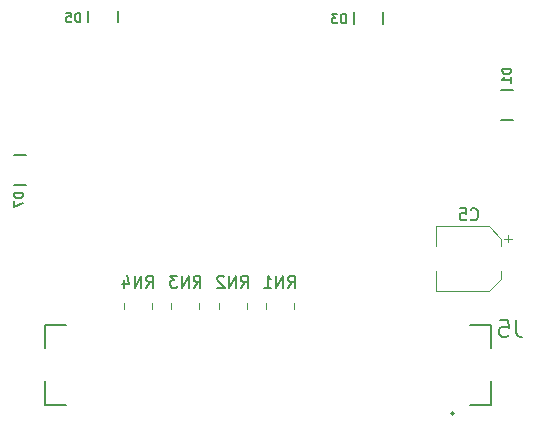
<source format=gbr>
G04 #@! TF.GenerationSoftware,KiCad,Pcbnew,6.0.7-1.fc35*
G04 #@! TF.CreationDate,2022-09-05T19:11:37-05:00*
G04 #@! TF.ProjectId,pmod-adapter,706d6f64-2d61-4646-9170-7465722e6b69,rev?*
G04 #@! TF.SameCoordinates,Original*
G04 #@! TF.FileFunction,Legend,Bot*
G04 #@! TF.FilePolarity,Positive*
%FSLAX46Y46*%
G04 Gerber Fmt 4.6, Leading zero omitted, Abs format (unit mm)*
G04 Created by KiCad (PCBNEW 6.0.7-1.fc35) date 2022-09-05 19:11:37*
%MOMM*%
%LPD*%
G01*
G04 APERTURE LIST*
%ADD10C,0.150000*%
%ADD11C,0.127000*%
%ADD12C,0.120000*%
%ADD13C,0.200000*%
G04 APERTURE END LIST*
D10*
G04 #@! TO.C,D3*
X129081177Y-67081205D02*
X129081177Y-66293803D01*
X128893701Y-66293803D01*
X128781215Y-66331299D01*
X128706224Y-66406289D01*
X128668729Y-66481280D01*
X128631233Y-66631261D01*
X128631233Y-66743747D01*
X128668729Y-66893729D01*
X128706224Y-66968719D01*
X128781215Y-67043710D01*
X128893701Y-67081205D01*
X129081177Y-67081205D01*
X128368766Y-66293803D02*
X127881327Y-66293803D01*
X128143794Y-66593766D01*
X128031308Y-66593766D01*
X127956317Y-66631261D01*
X127918822Y-66668757D01*
X127881327Y-66743747D01*
X127881327Y-66931224D01*
X127918822Y-67006215D01*
X127956317Y-67043710D01*
X128031308Y-67081205D01*
X128256280Y-67081205D01*
X128331271Y-67043710D01*
X128368766Y-67006215D01*
G04 #@! TO.C,RN3*
X116190476Y-89452380D02*
X116523809Y-88976190D01*
X116761904Y-89452380D02*
X116761904Y-88452380D01*
X116380952Y-88452380D01*
X116285714Y-88500000D01*
X116238095Y-88547619D01*
X116190476Y-88642857D01*
X116190476Y-88785714D01*
X116238095Y-88880952D01*
X116285714Y-88928571D01*
X116380952Y-88976190D01*
X116761904Y-88976190D01*
X115761904Y-89452380D02*
X115761904Y-88452380D01*
X115190476Y-89452380D01*
X115190476Y-88452380D01*
X114809523Y-88452380D02*
X114190476Y-88452380D01*
X114523809Y-88833333D01*
X114380952Y-88833333D01*
X114285714Y-88880952D01*
X114238095Y-88928571D01*
X114190476Y-89023809D01*
X114190476Y-89261904D01*
X114238095Y-89357142D01*
X114285714Y-89404761D01*
X114380952Y-89452380D01*
X114666666Y-89452380D01*
X114761904Y-89404761D01*
X114809523Y-89357142D01*
G04 #@! TO.C,D7*
X101743705Y-81418822D02*
X100956303Y-81418822D01*
X100956303Y-81606299D01*
X100993799Y-81718785D01*
X101068789Y-81793775D01*
X101143780Y-81831271D01*
X101293761Y-81868766D01*
X101406247Y-81868766D01*
X101556229Y-81831271D01*
X101631219Y-81793775D01*
X101706210Y-81718785D01*
X101743705Y-81606299D01*
X101743705Y-81418822D01*
X100956303Y-82131233D02*
X100956303Y-82656168D01*
X101743705Y-82318710D01*
G04 #@! TO.C,RN4*
X112190476Y-89452380D02*
X112523809Y-88976190D01*
X112761904Y-89452380D02*
X112761904Y-88452380D01*
X112380952Y-88452380D01*
X112285714Y-88500000D01*
X112238095Y-88547619D01*
X112190476Y-88642857D01*
X112190476Y-88785714D01*
X112238095Y-88880952D01*
X112285714Y-88928571D01*
X112380952Y-88976190D01*
X112761904Y-88976190D01*
X111761904Y-89452380D02*
X111761904Y-88452380D01*
X111190476Y-89452380D01*
X111190476Y-88452380D01*
X110285714Y-88785714D02*
X110285714Y-89452380D01*
X110523809Y-88404761D02*
X110761904Y-89119047D01*
X110142857Y-89119047D01*
G04 #@! TO.C,D1*
X143099956Y-70918822D02*
X142312554Y-70918822D01*
X142312554Y-71106299D01*
X142350050Y-71218785D01*
X142425040Y-71293775D01*
X142500031Y-71331271D01*
X142650012Y-71368766D01*
X142762498Y-71368766D01*
X142912480Y-71331271D01*
X142987470Y-71293775D01*
X143062461Y-71218785D01*
X143099956Y-71106299D01*
X143099956Y-70918822D01*
X143099956Y-72118673D02*
X143099956Y-71668729D01*
X143099956Y-71893701D02*
X142312554Y-71893701D01*
X142425040Y-71818710D01*
X142500031Y-71743719D01*
X142537526Y-71668729D01*
G04 #@! TO.C,J5*
X143467152Y-92232535D02*
X143467152Y-93233576D01*
X143533888Y-93433784D01*
X143667360Y-93567256D01*
X143867568Y-93633992D01*
X144001040Y-93633992D01*
X142132431Y-92232535D02*
X142799791Y-92232535D01*
X142866527Y-92899895D01*
X142799791Y-92833159D01*
X142666319Y-92766423D01*
X142332639Y-92766423D01*
X142199167Y-92833159D01*
X142132431Y-92899895D01*
X142065695Y-93033368D01*
X142065695Y-93367048D01*
X142132431Y-93500520D01*
X142199167Y-93567256D01*
X142332639Y-93633992D01*
X142666319Y-93633992D01*
X142799791Y-93567256D01*
X142866527Y-93500520D01*
G04 #@! TO.C,D5*
X106581177Y-66968705D02*
X106581177Y-66181303D01*
X106393701Y-66181303D01*
X106281215Y-66218799D01*
X106206224Y-66293789D01*
X106168729Y-66368780D01*
X106131233Y-66518761D01*
X106131233Y-66631247D01*
X106168729Y-66781229D01*
X106206224Y-66856219D01*
X106281215Y-66931210D01*
X106393701Y-66968705D01*
X106581177Y-66968705D01*
X105418822Y-66181303D02*
X105793775Y-66181303D01*
X105831271Y-66556257D01*
X105793775Y-66518761D01*
X105718785Y-66481266D01*
X105531308Y-66481266D01*
X105456317Y-66518761D01*
X105418822Y-66556257D01*
X105381327Y-66631247D01*
X105381327Y-66818724D01*
X105418822Y-66893715D01*
X105456317Y-66931210D01*
X105531308Y-66968705D01*
X105718785Y-66968705D01*
X105793775Y-66931210D01*
X105831271Y-66893715D01*
G04 #@! TO.C,C5*
X139666666Y-83657142D02*
X139714285Y-83704761D01*
X139857142Y-83752380D01*
X139952380Y-83752380D01*
X140095238Y-83704761D01*
X140190476Y-83609523D01*
X140238095Y-83514285D01*
X140285714Y-83323809D01*
X140285714Y-83180952D01*
X140238095Y-82990476D01*
X140190476Y-82895238D01*
X140095238Y-82800000D01*
X139952380Y-82752380D01*
X139857142Y-82752380D01*
X139714285Y-82800000D01*
X139666666Y-82847619D01*
X138761904Y-82752380D02*
X139238095Y-82752380D01*
X139285714Y-83228571D01*
X139238095Y-83180952D01*
X139142857Y-83133333D01*
X138904761Y-83133333D01*
X138809523Y-83180952D01*
X138761904Y-83228571D01*
X138714285Y-83323809D01*
X138714285Y-83561904D01*
X138761904Y-83657142D01*
X138809523Y-83704761D01*
X138904761Y-83752380D01*
X139142857Y-83752380D01*
X139238095Y-83704761D01*
X139285714Y-83657142D01*
G04 #@! TO.C,RN1*
X124190476Y-89452380D02*
X124523809Y-88976190D01*
X124761904Y-89452380D02*
X124761904Y-88452380D01*
X124380952Y-88452380D01*
X124285714Y-88500000D01*
X124238095Y-88547619D01*
X124190476Y-88642857D01*
X124190476Y-88785714D01*
X124238095Y-88880952D01*
X124285714Y-88928571D01*
X124380952Y-88976190D01*
X124761904Y-88976190D01*
X123761904Y-89452380D02*
X123761904Y-88452380D01*
X123190476Y-89452380D01*
X123190476Y-88452380D01*
X122190476Y-89452380D02*
X122761904Y-89452380D01*
X122476190Y-89452380D02*
X122476190Y-88452380D01*
X122571428Y-88595238D01*
X122666666Y-88690476D01*
X122761904Y-88738095D01*
G04 #@! TO.C,RN2*
X120190476Y-89452380D02*
X120523809Y-88976190D01*
X120761904Y-89452380D02*
X120761904Y-88452380D01*
X120380952Y-88452380D01*
X120285714Y-88500000D01*
X120238095Y-88547619D01*
X120190476Y-88642857D01*
X120190476Y-88785714D01*
X120238095Y-88880952D01*
X120285714Y-88928571D01*
X120380952Y-88976190D01*
X120761904Y-88976190D01*
X119761904Y-89452380D02*
X119761904Y-88452380D01*
X119190476Y-89452380D01*
X119190476Y-88452380D01*
X118761904Y-88547619D02*
X118714285Y-88500000D01*
X118619047Y-88452380D01*
X118380952Y-88452380D01*
X118285714Y-88500000D01*
X118238095Y-88547619D01*
X118190476Y-88642857D01*
X118190476Y-88738095D01*
X118238095Y-88880952D01*
X118809523Y-89452380D01*
X118190476Y-89452380D01*
D11*
G04 #@! TO.C,D3*
X132250000Y-67112500D02*
X132250000Y-66112500D01*
X129750000Y-66112500D02*
X129750000Y-67112500D01*
D12*
G04 #@! TO.C,RN3*
X114320000Y-91250000D02*
X114320000Y-90750000D01*
X116680000Y-91250000D02*
X116680000Y-90750000D01*
D11*
G04 #@! TO.C,D7*
X101000000Y-80750000D02*
X102000000Y-80750000D01*
X102000000Y-78250000D02*
X101000000Y-78250000D01*
D12*
G04 #@! TO.C,RN4*
X112680000Y-91250000D02*
X112680000Y-90750000D01*
X110320000Y-91250000D02*
X110320000Y-90750000D01*
D11*
G04 #@! TO.C,D1*
X143243751Y-72750000D02*
X142243751Y-72750000D01*
X142243751Y-75250000D02*
X143243751Y-75250000D01*
G04 #@! TO.C,J5*
X141400000Y-99400000D02*
X139600000Y-99400000D01*
X103600000Y-99400000D02*
X105400000Y-99400000D01*
X141400000Y-99400000D02*
X141400000Y-97400000D01*
X103600000Y-92600000D02*
X105400000Y-92600000D01*
X141400000Y-92600000D02*
X139600000Y-92600000D01*
X141400000Y-94600000D02*
X141400000Y-92600000D01*
X103600000Y-99400000D02*
X103600000Y-97400000D01*
X103600000Y-94600000D02*
X103600000Y-92600000D01*
D13*
X138207000Y-100115000D02*
G75*
G03*
X138207000Y-100115000I-100000J0D01*
G01*
D11*
G04 #@! TO.C,D5*
X109750000Y-67000000D02*
X109750000Y-66000000D01*
X107250000Y-66000000D02*
X107250000Y-67000000D01*
D12*
G04 #@! TO.C,C5*
X136740000Y-84240000D02*
X136740000Y-85940000D01*
X142260000Y-85304437D02*
X142260000Y-85940000D01*
X143125000Y-85315000D02*
X142500000Y-85315000D01*
X141195563Y-89760000D02*
X136740000Y-89760000D01*
X142260000Y-88695563D02*
X142260000Y-88060000D01*
X136740000Y-89760000D02*
X136740000Y-88060000D01*
X142260000Y-88695563D02*
X141195563Y-89760000D01*
X142260000Y-85304437D02*
X141195563Y-84240000D01*
X142812500Y-85002500D02*
X142812500Y-85627500D01*
X141195563Y-84240000D02*
X136740000Y-84240000D01*
G04 #@! TO.C,RN1*
X124680000Y-91250000D02*
X124680000Y-90750000D01*
X122320000Y-91250000D02*
X122320000Y-90750000D01*
G04 #@! TO.C,RN2*
X118320000Y-91250000D02*
X118320000Y-90750000D01*
X120680000Y-91250000D02*
X120680000Y-90750000D01*
G04 #@! TD*
M02*

</source>
